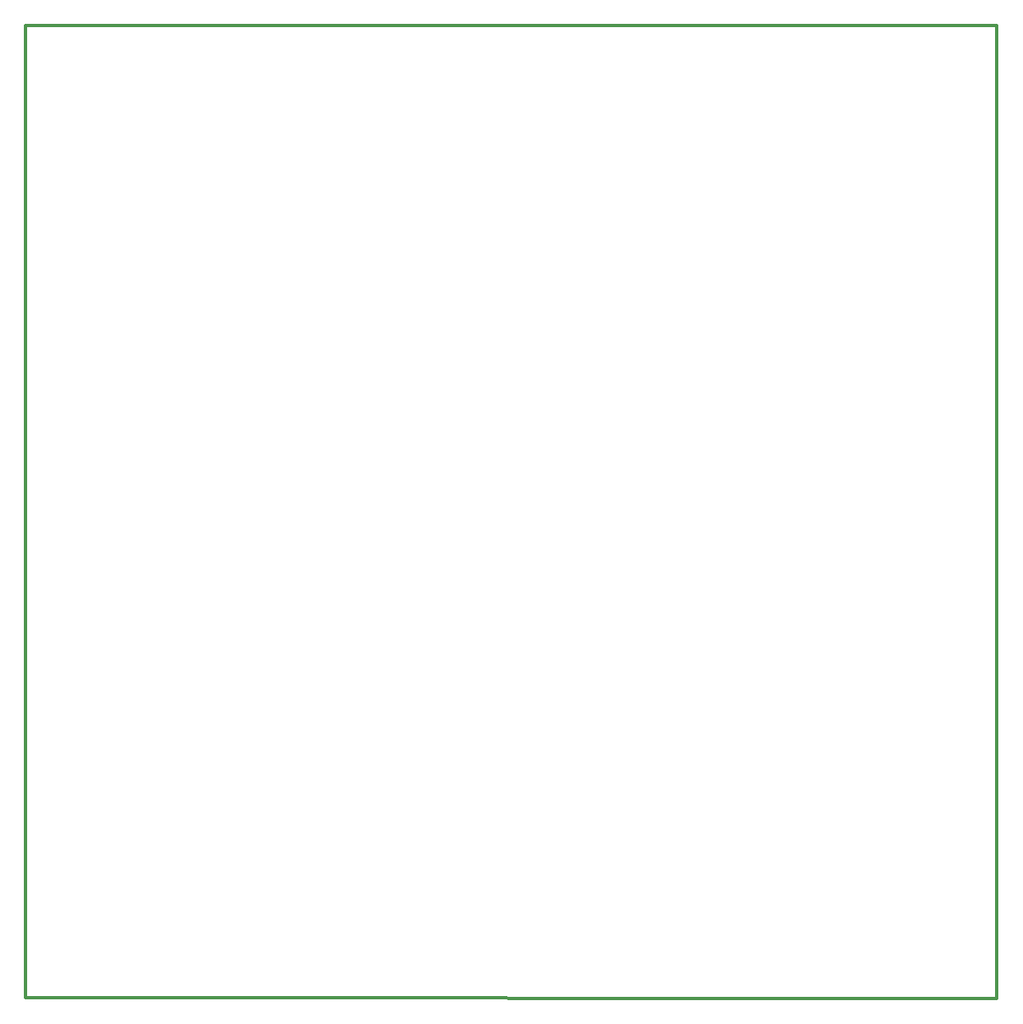
<source format=gko>
G04*
G04 #@! TF.GenerationSoftware,Altium Limited,Altium Designer,18.0.7 (293)*
G04*
G04 Layer_Color=16711935*
%FSLAX44Y44*%
%MOMM*%
G71*
G01*
G75*
%ADD14C,0.3000*%
D14*
X1000000Y-893D02*
X1000000Y-892D01*
Y1000000D01*
X-0D02*
X1000000D01*
X0Y0D02*
X1000000Y-893D01*
X-0Y1000000D02*
X0Y0D01*
M02*

</source>
